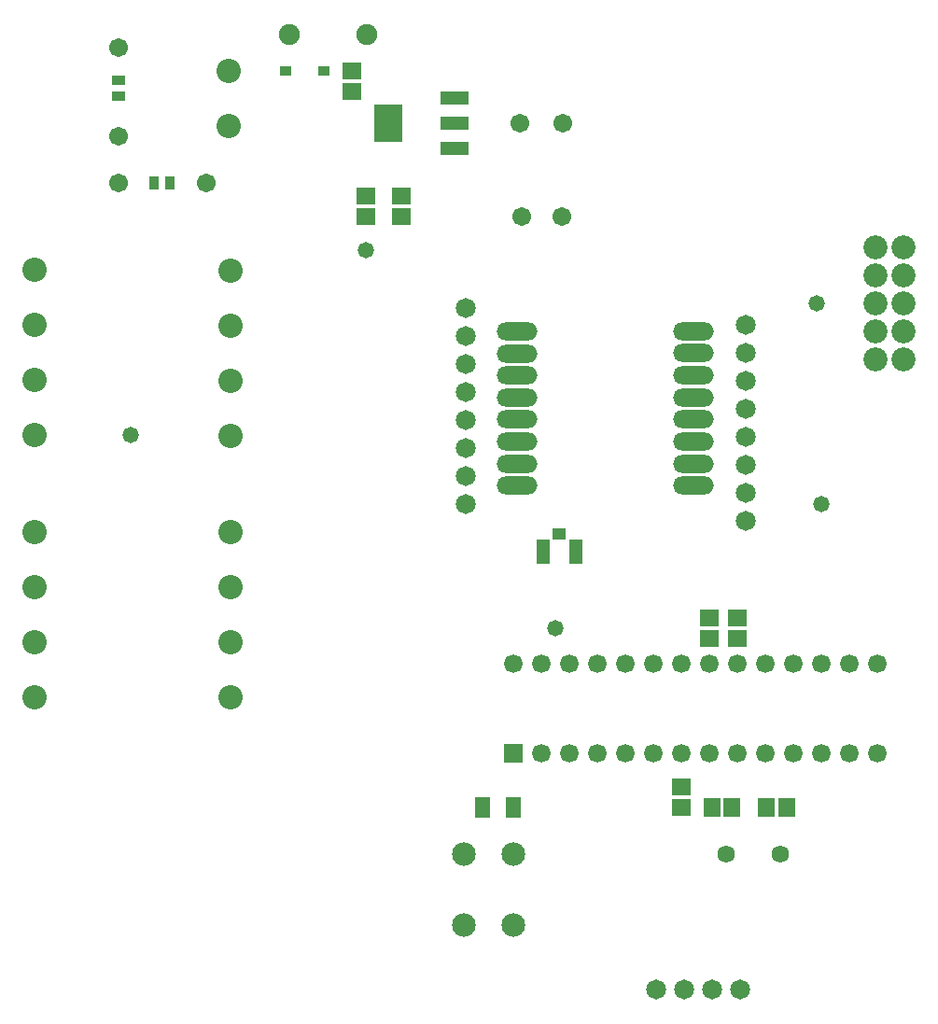
<source format=gbs>
G04 Layer_Color=16711935*
%FSLAX44Y44*%
%MOMM*%
G71*
G01*
G75*
%ADD34C,1.9132*%
%ADD35C,1.7032*%
%ADD36C,1.6862*%
%ADD37R,1.6862X1.6862*%
%ADD38C,1.8132*%
%ADD39C,2.1732*%
%ADD40C,1.5832*%
%ADD41C,2.2032*%
%ADD42C,2.1432*%
%ADD43C,1.4732*%
%ADD44R,1.4532X1.9532*%
%ADD45R,1.7032X1.6032*%
%ADD46R,1.6032X1.7032*%
%ADD47R,1.1516X2.3016*%
%ADD48R,1.1516X1.1016*%
%ADD49O,3.7032X1.6532*%
%ADD50R,0.9032X1.1532*%
%ADD51R,1.1532X0.9032*%
%ADD52R,1.0032X0.9032*%
%ADD53R,2.5532X1.2032*%
%ADD54R,2.5532X3.5032*%
D34*
X601980Y1202690D02*
D03*
X671980D02*
D03*
D35*
X849630Y1037844D02*
D03*
X813054Y1037590D02*
D03*
X850252Y1122540D02*
D03*
X811390D02*
D03*
X526918Y1068070D02*
D03*
X446918D02*
D03*
X447040Y1110620D02*
D03*
Y1190620D02*
D03*
D36*
X805180Y632460D02*
D03*
X830580D02*
D03*
X855980D02*
D03*
X881380D02*
D03*
X906780D02*
D03*
X932180D02*
D03*
X957580D02*
D03*
X982980D02*
D03*
X1008380D02*
D03*
X1033780D02*
D03*
X1059180D02*
D03*
X1084580D02*
D03*
X1109980D02*
D03*
X1135380D02*
D03*
Y551180D02*
D03*
X1109980D02*
D03*
X1084580D02*
D03*
X1059180D02*
D03*
X1033780D02*
D03*
X1008380D02*
D03*
X982980D02*
D03*
X957580D02*
D03*
X932180D02*
D03*
X906780D02*
D03*
X881380D02*
D03*
X855980D02*
D03*
X830580D02*
D03*
D37*
X805180D02*
D03*
D38*
X985520Y336550D02*
D03*
X960120D02*
D03*
X934720D02*
D03*
X1010920D02*
D03*
X1016000Y939800D02*
D03*
Y914400D02*
D03*
Y889000D02*
D03*
Y863600D02*
D03*
Y838200D02*
D03*
Y812800D02*
D03*
Y787400D02*
D03*
Y762000D02*
D03*
X762000Y955040D02*
D03*
Y929640D02*
D03*
Y904240D02*
D03*
Y878840D02*
D03*
Y853440D02*
D03*
Y828040D02*
D03*
Y802640D02*
D03*
Y777240D02*
D03*
D39*
X1134110Y1009650D02*
D03*
X1159510D02*
D03*
X1134110Y984250D02*
D03*
X1159510D02*
D03*
X1134110Y958850D02*
D03*
X1159510D02*
D03*
X1134110Y933450D02*
D03*
X1159510D02*
D03*
X1134110Y908050D02*
D03*
X1159510D02*
D03*
D40*
X998220Y459740D02*
D03*
X1047020D02*
D03*
D41*
X548640Y989000D02*
D03*
Y939000D02*
D03*
Y839000D02*
D03*
Y889000D02*
D03*
X370840Y989800D02*
D03*
Y939800D02*
D03*
Y839800D02*
D03*
Y889800D02*
D03*
X548640Y751840D02*
D03*
Y701840D02*
D03*
Y601840D02*
D03*
Y651840D02*
D03*
X370840Y751840D02*
D03*
Y701840D02*
D03*
Y601840D02*
D03*
Y651840D02*
D03*
X547370Y1170140D02*
D03*
Y1120140D02*
D03*
D42*
X805180Y459740D02*
D03*
Y394740D02*
D03*
X760180Y459740D02*
D03*
Y394740D02*
D03*
D43*
X1084580Y777240D02*
D03*
X843534Y664210D02*
D03*
X458470Y839724D02*
D03*
X671830Y1006856D02*
D03*
X1080516Y958850D02*
D03*
D44*
X777210Y501650D02*
D03*
X805210D02*
D03*
D45*
X957580Y520044D02*
D03*
Y501544D02*
D03*
X1008380Y673460D02*
D03*
Y654960D02*
D03*
X982980Y673460D02*
D03*
Y654960D02*
D03*
X658622Y1151022D02*
D03*
Y1169522D02*
D03*
X671576Y1037738D02*
D03*
Y1056238D02*
D03*
X703326D02*
D03*
Y1037738D02*
D03*
D46*
X1034436Y501650D02*
D03*
X1052936D02*
D03*
X1003660D02*
D03*
X985160D02*
D03*
D47*
X832340Y734060D02*
D03*
X861840D02*
D03*
D48*
X847090Y749560D02*
D03*
D49*
X969010Y933750D02*
D03*
Y913750D02*
D03*
Y893750D02*
D03*
Y873750D02*
D03*
Y853750D02*
D03*
Y833750D02*
D03*
Y813750D02*
D03*
Y793750D02*
D03*
X808550Y933600D02*
D03*
Y913600D02*
D03*
Y893600D02*
D03*
Y873600D02*
D03*
Y853600D02*
D03*
Y833600D02*
D03*
Y813600D02*
D03*
Y793600D02*
D03*
D50*
X493664Y1068070D02*
D03*
X479664D02*
D03*
D51*
X447040Y1147176D02*
D03*
Y1161176D02*
D03*
D52*
X633450Y1169670D02*
D03*
X598450D02*
D03*
D53*
X752118Y1145426D02*
D03*
Y1122426D02*
D03*
Y1099426D02*
D03*
D54*
X691618Y1122426D02*
D03*
M02*

</source>
